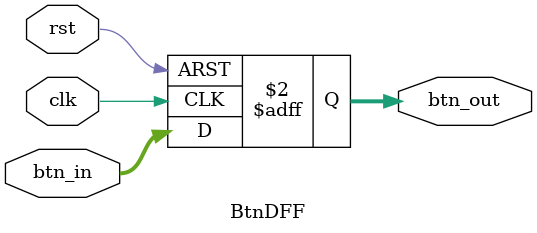
<source format=v>
`timescale 1ns / 1ps

module BtnDFF(
    input clk, rst,
    input [4:0] btn_in,
    output reg [4:0] btn_out
    );
    
    always @ (posedge clk or posedge rst) begin
        if ( rst ) begin
            btn_out <= 0;
        end else begin
            btn_out <= btn_in;
        end
    end
endmodule
</source>
